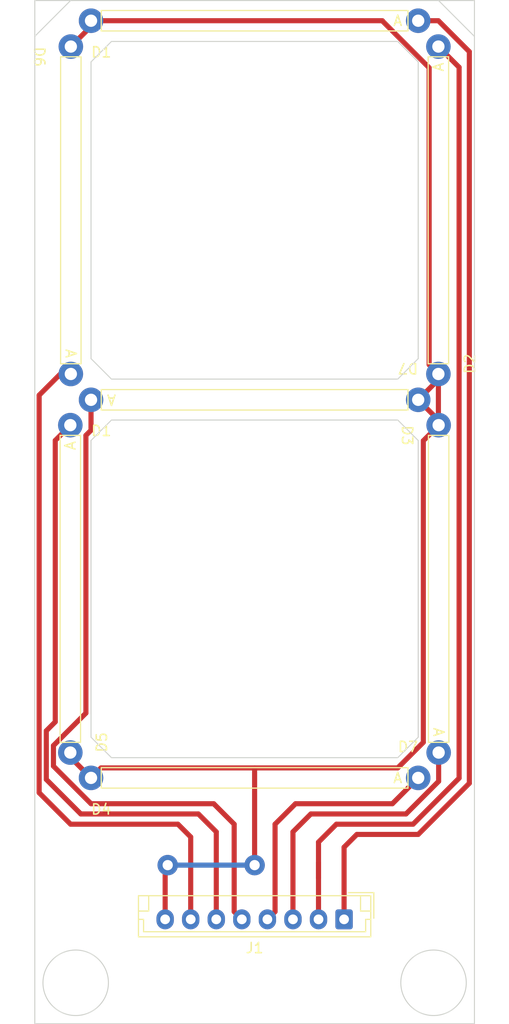
<source format=kicad_pcb>
(kicad_pcb (version 20211014) (generator pcbnew)
  (layers (0 "F.Cu" signal) (31 "B.Cu" signal) (34 "B.Paste" user) (35 "F.Paste" user) (36 "B.SilkS" user "B.Silkscreen") (37 "F.SilkS" user "F.Silkscreen") (38 "B.Mask" user) (39 "F.Mask" user) (44 "Edge.Cuts" user))
  (net 0 "")
  (net 1 "Net-(D1-Pad1)")
  (net 2 "Net-(D1-Pad2)")
  (net 3 "Net-(D2-Pad2)")
  (net 4 "Net-(D3-Pad2)")
  (net 5 "Net-(D4-Pad2)")
  (net 6 "Net-(D5-Pad2)")
  (net 7 "Net-(D6-Pad2)")
  (net 8 "Net-(D7-Pad2)")
  (footprint "Library:led_filament_38mm" (layer "F.Cu") (at 38.525 39.5 -90)
    (fp_text reference "D6" (at 0 2.08 -90 unlocked) (layer "F.SilkS"))
    (fp_text value "LED")
    (fp_text user "A" (at 29 -1 -90 unlocked) (layer "F.SilkS"))
    (fp_line (start 30 -2) (end 30 0) (layer "F.SilkS") (width 0.12))
    (fp_line (start 0 0) (end 0 -2) (layer "F.SilkS") (width 0.12))
    (fp_line (start 30 0) (end 0 0) (layer "F.SilkS") (width 0.12))
    (fp_line (start 0 -2) (end 30 -2) (layer "F.SilkS") (width 0.12))
    (pad "1" thru_hole circle (at -1 -1 270) (size 2.4 2.4) (drill 1.2) (layers *.Cu *.Mask) (net 1 "Net-(D1-Pad1)"))
    (pad "2" thru_hole circle (at 31 -1 270) (size 2.4 2.4) (drill 1.2) (layers *.Cu *.Mask) (net 7 "Net-(D6-Pad2)"))
  )
  (footprint "Library:led_filament_38mm" (layer "F.Cu") (at 76.475 69.5 90)
    (fp_text reference "D2" (at 0 2.08 90 unlocked) (layer "F.SilkS"))
    (fp_text value "LED")
    (fp_text user "A" (at 29 -1 90 unlocked) (layer "F.SilkS"))
    (fp_line (start 30 0) (end 0 0) (layer "F.SilkS") (width 0.12))
    (fp_line (start 30 -2) (end 30 0) (layer "F.SilkS") (width 0.12))
    (fp_line (start 0 0) (end 0 -2) (layer "F.SilkS") (width 0.12))
    (fp_line (start 0 -2) (end 30 -2) (layer "F.SilkS") (width 0.12))
    (pad "1" thru_hole circle (at -1 -1 90) (size 2.4 2.4) (drill 1.2) (layers *.Cu *.Mask) (net 1 "Net-(D1-Pad1)"))
    (pad "2" thru_hole circle (at 31 -1 90) (size 2.4 2.4) (drill 1.2) (layers *.Cu *.Mask) (net 3 "Net-(D2-Pad2)"))
  )
  (footprint "Library:led_filament_38mm" (layer "F.Cu") (at 42.5 110.975)
    (fp_text reference "D4" (at 0 2.08 unlocked) (layer "F.SilkS"))
    (fp_text value "LED")
    (fp_text user "A" (at 29 -1 unlocked) (layer "F.SilkS"))
    (fp_line (start 30 0) (end 0 0) (layer "F.SilkS") (width 0.12))
    (fp_line (start 30 -2) (end 30 0) (layer "F.SilkS") (width 0.12))
    (fp_line (start 0 -2) (end 30 -2) (layer "F.SilkS") (width 0.12))
    (fp_line (start 0 0) (end 0 -2) (layer "F.SilkS") (width 0.12))
    (pad "1" thru_hole circle (at -1 -1) (size 2.4 2.4) (drill 1.2) (layers *.Cu *.Mask) (net 1 "Net-(D1-Pad1)"))
    (pad "2" thru_hole circle (at 31 -1) (size 2.4 2.4) (drill 1.2) (layers *.Cu *.Mask) (net 5 "Net-(D4-Pad2)"))
  )
  (footprint "Connector_JST:JST_EH_B8B-EH-A_1x08_P2.50mm_Vertical" (layer "F.Cu") (at 66.25 123.8 180)
    (fp_text reference "J1" (at 8.75 -2.8 180) (layer "F.SilkS"))
    (fp_text value "Screw_Terminal_01x08")
    (fp_line (start -2.11 -1.21) (end 19.61 -1.21) (layer "F.SilkS") (width 0.12))
    (fp_line (start -2.91 2.61) (end -0.41 2.61) (layer "F.SilkS") (width 0.12))
    (fp_line (start -2.61 0.81) (end -1.61 0.81) (layer "F.SilkS") (width 0.12))
    (fp_line (start 20.11 0.81) (end 19.11 0.81) (layer "F.SilkS") (width 0.12))
    (fp_line (start -2.61 0) (end -2.11 0) (layer "F.SilkS") (width 0.12))
    (fp_line (start -1.61 0.81) (end -1.61 2.31) (layer "F.SilkS") (width 0.12))
    (fp_line (start -2.11 0) (end -2.11 -1.21) (layer "F.SilkS") (width 0.12))
    (fp_line (start 20.11 -1.71) (end -2.61 -1.71) (layer "F.SilkS") (width 0.12))
    (fp_line (start -2.61 -1.71) (end -2.61 2.31) (layer "F.SilkS") (width 0.12))
    (fp_line (start -2.61 2.31) (end 20.11 2.31) (layer "F.SilkS") (width 0.12))
    (fp_line (start 19.61 0) (end 20.11 0) (layer "F.SilkS") (width 0.12))
    (fp_line (start -2.91 0.11) (end -2.91 2.61) (layer "F.SilkS") (width 0.12))
    (fp_line (start 19.11 0.81) (end 19.11 2.31) (layer "F.SilkS") (width 0.12))
    (fp_line (start 19.61 -1.21) (end 19.61 0) (layer "F.SilkS") (width 0.12))
    (fp_line (start 20.11 2.31) (end 20.11 -1.71) (layer "F.SilkS") (width 0.12))
    (pad "1" thru_hole roundrect (at 0 0 180) (size 1.7 1.95) (drill 0.95) (layers *.Cu *.Mask) (roundrect_rratio 0.147059) (net 2 "Net-(D1-Pad2)"))
    (pad "2" thru_hole oval (at 2.5 0 180) (size 1.7 1.95) (drill 0.95) (layers *.Cu *.Mask) (net 3 "Net-(D2-Pad2)"))
    (pad "3" thru_hole oval (at 5 0 180) (size 1.7 1.95) (drill 0.95) (layers *.Cu *.Mask) (net 4 "Net-(D3-Pad2)"))
    (pad "4" thru_hole oval (at 7.5 0 180) (size 1.7 1.95) (drill 0.95) (layers *.Cu *.Mask) (net 5 "Net-(D4-Pad2)"))
    (pad "5" thru_hole oval (at 10 0 180) (size 1.7 1.95) (drill 0.95) (layers *.Cu *.Mask) (net 8 "Net-(D7-Pad2)"))
    (pad "6" thru_hole oval (at 12.5 0 180) (size 1.7 1.95) (drill 0.95) (layers *.Cu *.Mask) (net 6 "Net-(D5-Pad2)"))
    (pad "7" thru_hole oval (at 15 0 180) (size 1.7 1.95) (drill 0.95) (layers *.Cu *.Mask) (net 7 "Net-(D6-Pad2)"))
    (pad "8" thru_hole oval (at 17.5 0 180) (size 1.7 1.95) (drill 0.95) (layers *.Cu *.Mask) (net 1 "Net-(D1-Pad1)"))
  )
  (footprint "Library:led_filament_38mm" (layer "F.Cu") (at 42.5 36.975)
    (fp_text reference "D1" (at 0 2.08 unlocked) (layer "F.SilkS"))
    (fp_text value "LED")
    (fp_text user "A" (at 29 -1 unlocked) (layer "F.SilkS"))
    (fp_line (start 0 -2) (end 30 -2) (layer "F.SilkS") (width 0.12))
    (fp_line (start 30 -2) (end 30 0) (layer "F.SilkS") (width 0.12))
    (fp_line (start 30 0) (end 0 0) (layer "F.SilkS") (width 0.12))
    (fp_line (start 0 0) (end 0 -2) (layer "F.SilkS") (width 0.12))
    (pad "1" thru_hole circle (at -1 -1) (size 2.4 2.4) (drill 1.2) (layers *.Cu *.Mask) (net 1 "Net-(D1-Pad1)"))
    (pad "2" thru_hole circle (at 31 -1) (size 2.4 2.4) (drill 1.2) (layers *.Cu *.Mask) (net 2 "Net-(D1-Pad2)"))
  )
  (footprint "Library:led_filament_38mm" (layer "F.Cu") (at 40.475 106.5 90)
    (fp_text reference "D5" (at 0 2.08 90 unlocked) (layer "F.SilkS"))
    (fp_text value "LED")
    (fp_text user "A" (at 29 -1 90 unlocked) (layer "F.SilkS"))
    (fp_line (start 0 0) (end 0 -2) (layer "F.SilkS") (width 0.12))
    (fp_line (start 0 -2) (end 30 -2) (layer "F.SilkS") (width 0.12))
    (fp_line (start 30 -2) (end 30 0) (layer "F.SilkS") (width 0.12))
    (fp_line (start 30 0) (end 0 0) (layer "F.SilkS") (width 0.12))
    (pad "1" thru_hole circle (at -1 -1 90) (size 2.4 2.4) (drill 1.2) (layers *.Cu *.Mask) (net 1 "Net-(D1-Pad1)"))
    (pad "2" thru_hole circle (at 31 -1 90) (size 2.4 2.4) (drill 1.2) (layers *.Cu *.Mask) (net 6 "Net-(D5-Pad2)"))
  )
  (footprint "Library:led_filament_38mm" (layer "F.Cu") (at 74.5 76.5 -90)
    (fp_text reference "D3" (at 0 2.08 -90 unlocked) (layer "F.SilkS"))
    (fp_text value "LED")
    (fp_text user "A" (at 29 -1 -90 unlocked) (layer "F.SilkS"))
    (fp_line (start 30 -2) (end 30 0) (layer "F.SilkS") (width 0.12))
    (fp_line (start 0 0) (end 0 -2) (layer "F.SilkS") (width 0.12))
    (fp_line (start 30 0) (end 0 0) (layer "F.SilkS") (width 0.12))
    (fp_line (start 0 -2) (end 30 -2) (layer "F.SilkS") (width 0.12))
    (pad "1" thru_hole circle (at -1 -1 270) (size 2.4 2.4) (drill 1.2) (layers *.Cu *.Mask) (net 1 "Net-(D1-Pad1)"))
    (pad "2" thru_hole circle (at 31 -1 270) (size 2.4 2.4) (drill 1.2) (layers *.Cu *.Mask) (net 4 "Net-(D3-Pad2)"))
  )
  (footprint "Library:led_filament_38mm" (layer "F.Cu") (at 72.5 72.025 180)
    (fp_text reference "D7" (at 0 2.08 180 unlocked) (layer "F.SilkS"))
    (fp_text value "LED")
    (fp_text user "A" (at 29 -1 180 unlocked) (layer "F.SilkS"))
    (fp_line (start 0 0) (end 0 -2) (layer "F.SilkS") (width 0.12))
    (fp_line (start 30 -2) (end 30 0) (layer "F.SilkS") (width 0.12))
    (fp_line (start 0 -2) (end 30 -2) (layer "F.SilkS") (width 0.12))
    (fp_line (start 30 0) (end 0 0) (layer "F.SilkS") (width 0.12))
    (pad "1" thru_hole circle (at -1 -1 180) (size 2.4 2.4) (drill 1.2) (layers *.Cu *.Mask) (net 1 "Net-(D1-Pad1)"))
    (pad "2" thru_hole circle (at 31 -1 180) (size 2.4 2.4) (drill 1.2) (layers *.Cu *.Mask) (net 8 "Net-(D7-Pad2)"))
  )
  (gr_line (start 41.5 69) (end 41.5 40) (layer "Edge.Cuts") (width 0.1))
  (gr_line (start 39.5 34) (end 75.5 34) (layer "Edge.Cuts") (width 0.1))
  (gr_line (start 71.5 71) (end 43.5 71) (layer "Edge.Cuts") (width 0.1))
  (gr_line (start 41.5 106) (end 41.5 77) (layer "Edge.Cuts") (width 0.1))
  (gr_line (start 75.491864 33.999506) (end 78.991864 37.499506) (layer "Edge.Cuts") (width 0.1))
  (gr_line (start 71.5 38) (end 73.5 40) (layer "Edge.Cuts") (width 0.1))
  (gr_line (start 73.5 77) (end 73.5 106) (layer "Edge.Cuts") (width 0.1))
  (gr_line (start 71.5 75) (end 73.5 77) (layer "Edge.Cuts") (width 0.1))
  (gr_line (start 36 37.5) (end 39.5 34) (layer "Edge.Cuts") (width 0.1))
  (gr_line (start 43.5 75) (end 71.5 75) (layer "Edge.Cuts") (width 0.1))
  (gr_line (start 73.5 40) (end 73.5 69) (layer "Edge.Cuts") (width 0.1))
  (gr_circle (center 75 130) (end 77.5 132) (layer "Edge.Cuts") (width 0.1) (fill none))
  (gr_line (start 73.5 106) (end 71.5 108) (layer "Edge.Cuts") (width 0.1))
  (gr_line (start 43.5 71) (end 41.5 69) (layer "Edge.Cuts") (width 0.1))
  (gr_rect (start 36 34) (end 79 134) (layer "Edge.Cuts") (width 0.1) (fill none))
  (gr_line (start 41.5 77) (end 43.5 75) (layer "Edge.Cuts") (width 0.1))
  (gr_line (start 73.5 69) (end 71.5 71) (layer "Edge.Cuts") (width 0.1))
  (gr_circle (center 40 130) (end 42.5 132) (layer "Edge.Cuts") (width 0.1) (fill none))
  (gr_line (start 43.5 38) (end 71.5 38) (layer "Edge.Cuts") (width 0.1))
  (gr_line (start 41.5 40) (end 43.5 38) (layer "Edge.Cuts") (width 0.1))
  (gr_line (start 71.5 108) (end 43.5 108) (layer "Edge.Cuts") (width 0.1))
  (gr_line (start 43.5 108) (end 41.5 106) (layer "Edge.Cuts") (width 0.1))
  (gr_text "D7" (at 72.5 106.945) (layer "F.SilkS") (effects (font (size 1 1))))
  (gr_text "D1" (at 42.5 76.055) (layer "F.SilkS") (effects (font (size 1 1))))
  (segment (start 75.5 75.5) (end 75.5 75.025) (width 0.5) (layer "F.Cu") (net 1))
  (segment (start 73 73.025) (end 73.95 73.025) (width 0.5) (layer "F.Cu") (net 1))
  (segment (start 74 106.5) (end 71.5 109) (width 0.5) (layer "F.Cu") (net 1))
  (segment (start 75.475 75.475) (end 75.5 75.5) (width 0.5) (layer "F.Cu") (net 1))
  (segment (start 40.975 109.975) (end 42 109.975) (width 0.5) (layer "F.Cu") (net 1))
  (segment (start 71.5 109) (end 57.5 109) (width 0.5) (layer "F.Cu") (net 1))
  (segment (start 57.5 109) (end 42.475 109) (width 0.5) (layer "F.Cu") (net 1))
  (segment (start 39.475 107.5) (end 39.475 107.95) (width 0.5) (layer "F.Cu") (net 1))
  (segment (start 42.05 35.975) (end 70 35.975) (width 0.5) (layer "F.Cu") (net 1))
  (segment (start 74.570773 69.595773) (end 74.570773 40.570773) (width 0.5) (layer "F.Cu") (net 1))
  (segment (start 75.475 70.5) (end 75.475 71.05) (width 0.5) (layer "F.Cu") (net 1))
  (segment (start 75.475 70.5) (end 75.475 75.475) (width 0.5) (layer "F.Cu") (net 1))
  (segment (start 48.75 118.75) (end 49 118.5) (width 0.5) (layer "F.Cu") (net 1))
  (segment (start 41.5 35.975) (end 41.5 36.525) (width 0.5) (layer "F.Cu") (net 1))
  (segment (start 75.475 70.5) (end 74.570773 69.595773) (width 0.5) (layer "F.Cu") (net 1))
  (segment (start 39.475 107.95) (end 41.5 109.975) (width 0.5) (layer "F.Cu") (net 1))
  (segment (start 57.5 118.5) (end 57.5 109) (width 0.5) (layer "F.Cu") (net 1))
  (segment (start 74.570773 40.570773) (end 70 36) (width 0.5) (layer "F.Cu") (net 1))
  (segment (start 41.5 36.525) (end 39.525 38.5) (width 0.5) (layer "F.Cu") (net 1))
  (segment (start 48.75 123.8) (end 48.75 118.75) (width 0.5) (layer "F.Cu") (net 1))
  (segment (start 74 77.025) (end 74 106.5) (width 0.5) (layer "F.Cu") (net 1))
  (segment (start 76.025 75) (end 74 77.025) (width 0.5) (layer "F.Cu") (net 1))
  (segment (start 75.5 75.025) (end 73.5 73.025) (width 0.5) (layer "F.Cu") (net 1))
  (segment (start 75.475 71.05) (end 73.5 73.025) (width 0.5) (layer "F.Cu") (net 1))
  (segment (start 74.975 75) (end 76.025 75) (width 0.5) (layer "F.Cu") (net 1))
  (segment (start 42.475 109) (end 41.5 109.975) (width 0.5) (layer "F.Cu") (net 1))
  (via (at 49 118.5) (size 2) (drill 1) (layers "F.Cu" "B.Cu") (net 1))
  (via (at 57.5 118.5) (size 2) (drill 1) (layers "F.Cu" "B.Cu") (net 1))
  (segment (start 49 118.5) (end 57.5 118.5) (width 0.5) (layer "B.Cu") (net 1))
  (segment (start 74 35.975) (end 75.475 35.975) (width 0.5) (layer "F.Cu") (net 2))
  (segment (start 66.25 116.75) (end 66.25 123.8) (width 0.5) (layer "F.Cu") (net 2))
  (segment (start 75.475 35.975) (end 78.5 39) (width 0.5) (layer "F.Cu") (net 2))
  (segment (start 78.5 110.5) (end 73.5 115.5) (width 0.5) (layer "F.Cu") (net 2))
  (segment (start 78.5 39) (end 78.5 110.5) (width 0.5) (layer "F.Cu") (net 2))
  (segment (start 67.5 115.5) (end 66.25 116.75) (width 0.5) (layer "F.Cu") (net 2))
  (segment (start 73.5 115.5) (end 67.5 115.5) (width 0.5) (layer "F.Cu") (net 2))
  (segment (start 63.75 116.25) (end 63.75 119.75) (width 0.5) (layer "F.Cu") (net 3))
  (segment (start 77.5 40.525) (end 77.5 110) (width 0.5) (layer "F.Cu") (net 3))
  (segment (start 63.75 119.75) (end 63.75 123.8) (width 0.5) (layer "F.Cu") (net 3))
  (segment (start 77.5 110) (end 73 114.5) (width 0.5) (layer "F.Cu") (net 3))
  (segment (start 73 114.5) (end 65.5 114.5) (width 0.5) (layer "F.Cu") (net 3))
  (segment (start 65.5 114.5) (end 63.75 116.25) (width 0.5) (layer "F.Cu") (net 3))
  (segment (start 63.75 118.25) (end 63.75 119.75) (width 0.5) (layer "F.Cu") (net 3))
  (segment (start 75.975 39) (end 77.5 40.525) (width 0.5) (layer "F.Cu") (net 3))
  (segment (start 72.308453 113.5) (end 63 113.5) (width 0.5) (layer "F.Cu") (net 4))
  (segment (start 76.025 107) (end 75.5 107.525) (width 0.5) (layer "F.Cu") (net 4))
  (segment (start 75.5 107.5) (end 75.5 110.308453) (width 0.5) (layer "F.Cu") (net 4))
  (segment (start 61.25 115.25) (end 61.25 123.8) (width 0.5) (layer "F.Cu") (net 4))
  (segment (start 75.5 110.308453) (end 72.308453 113.5) (width 0.5) (layer "F.Cu") (net 4))
  (segment (start 63 113.5) (end 61.25 115.25) (width 0.5) (layer "F.Cu") (net 4))
  (segment (start 61.5 112.5) (end 70.975 112.5) (width 0.5) (layer "F.Cu") (net 5))
  (segment (start 70.975 112.5) (end 73.5 109.975) (width 0.5) (layer "F.Cu") (net 5))
  (segment (start 59.5 114.5) (end 61.5 112.5) (width 0.5) (layer "F.Cu") (net 5))
  (segment (start 58.75 123.8) (end 59.5 123.05) (width 0.5) (layer "F.Cu") (net 5))
  (segment (start 59.5 123.05) (end 59.5 114.5) (width 0.5) (layer "F.Cu") (net 5))
  (segment (start 53.75 115.25) (end 53.75 123.8) (width 0.5) (layer "F.Cu") (net 6))
  (segment (start 38 104.5) (end 37.125 105.375) (width 0.5) (layer "F.Cu") (net 6))
  (segment (start 37.125 105.375) (end 37.125 110.125) (width 0.5) (layer "F.Cu") (net 6))
  (segment (start 37.125 110.125) (end 40.5 113.5) (width 0.5) (layer "F.Cu") (net 6))
  (segment (start 40.5 113.5) (end 52 113.5) (width 0.5) (layer "F.Cu") (net 6))
  (segment (start 39 76) (end 38 77) (width 0.5) (layer "F.Cu") (net 6))
  (segment (start 38 77) (end 38 104.5) (width 0.5) (layer "F.Cu") (net 6))
  (segment (start 52 113.5) (end 53.75 115.25) (width 0.5) (layer "F.Cu") (net 6))
  (segment (start 51.25 115.75) (end 51.25 123.8) (width 0.5) (layer "F.Cu") (net 7))
  (segment (start 36.425 111.425) (end 39.5 114.5) (width 0.5) (layer "F.Cu") (net 7))
  (segment (start 39.5 114.5) (end 50 114.5) (width 0.5) (layer "F.Cu") (net 7))
  (segment (start 36.425 72.575) (end 36.425 111.425) (width 0.5) (layer "F.Cu") (net 7))
  (segment (start 50 114.5) (end 51.25 115.75) (width 0.5) (layer "F.Cu") (net 7))
  (segment (start 39 70) (end 36.425 72.575) (width 0.5) (layer "F.Cu") (net 7))
  (segment (start 41.5 112.5) (end 53.5 112.5) (width 0.5) (layer "F.Cu") (net 8))
  (segment (start 55.5 123.05) (end 56.25 123.8) (width 0.5) (layer "F.Cu") (net 8))
  (segment (start 41 76.5) (end 41 103.641547) (width 0.5) (layer "F.Cu") (net 8))
  (segment (start 41.5 76) (end 41 76.5) (width 0.5) (layer "F.Cu") (net 8))
  (segment (start 37.825 106.816547) (end 37.825 108.825) (width 0.5) (layer "F.Cu") (net 8))
  (segment (start 53.5 112.5) (end 55.5 114.5) (width 0.5) (layer "F.Cu") (net 8))
  (segment (start 37.825 108.825) (end 41.5 112.5) (width 0.5) (layer "F.Cu") (net 8))
  (segment (start 41.5 73.025) (end 41.5 76) (width 0.5) (layer "F.Cu") (net 8))
  (segment (start 55.5 114.5) (end 55.5 123.05) (width 0.5) (layer "F.Cu") (net 8))
  (segment (start 41 103.641547) (end 37.825 106.816547) (width 0.5) (layer "F.Cu") (net 8))
)
</source>
